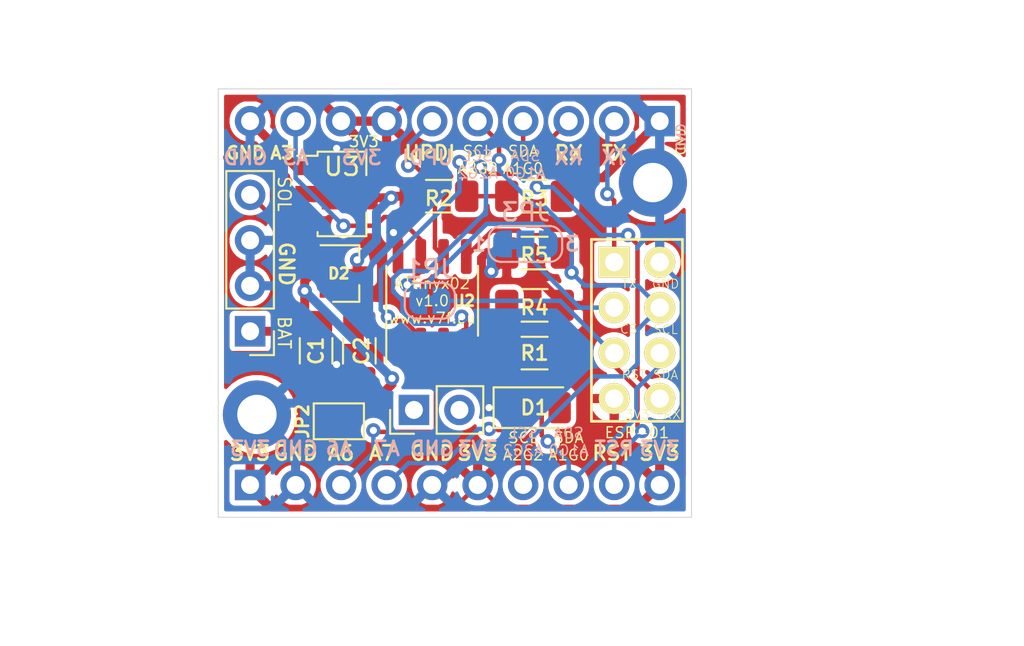
<source format=kicad_pcb>
(kicad_pcb (version 20241229) (generator "pcbnew") (generator_version "9.0")
  (title_block (title "ESP Attiny") (date "2021-06-19") (rev "0.1") (company "www.v7f.eu"))
  (layers (0 "F.Cu" signal) (2 "B.Cu" signal) (13 "F.Paste" user) (15 "B.Paste" user) (5 "F.SilkS" user) (7 "B.SilkS" user) (1 "F.Mask" user) (3 "B.Mask" user) (25 "Edge.Cuts" user))
  (net 0 "")
  (net 1 "GND")
  (net 2 "+3V3")
  (net 3 "Net-(D2-Pad2)")
  (net 4 "Net-(D1-Pad2)")
  (net 5 "+BATT")
  (net 6 "/A7")
  (net 7 "/RST")
  (net 8 "/TX")
  (net 9 "/RX")
  (net 10 "/A3")
  (net 11 "Net-(JP3-Pad2)")
  (net 12 "/A6")
  (net 13 "/SDA-A1")
  (net 14 "/SCL-A2")
  (net 15 "/UPDI")
  (net 16 "Net-(D2-Pad1)")
  (footprint "MountingHole:MountingHole_2.2mm_M2_DIN965_Pad" (layer "F.Cu") (at 47.879 58.547)
    (property "Reference" "REF**" (hide yes))
    (property "Value" "MountingHole_2.2mm_M2_DIN965_Pad")
    (pad "1" thru_hole circle (at 0 0) (size 3.8 3.8) (drill 2.2) (layers "*.Cu" "*.Mask") (net 1 "GND"))
  )
  (footprint "Jumper:SolderJumper-2_P1.3mm_Open_Pad1.0x1.5mm" (layer "F.Cu") (at 52.451 58.928)
    (property "Reference" "JP2" (at -2.032 0 90) (layer "F.SilkS") (effects (font (size 0.7 0.7))))
    (property "Value" "SolderJumper_2_Open")
    (pad "1" smd rect (at -0.65 0) (size 1 1.5) (layers "F.Cu" "F.Mask") (net 2 "+3V3"))
    (pad "2" smd rect (at 0.65 0) (size 1 1.5) (layers "F.Cu" "F.Mask") (net 5 "+BATT"))
  )
  (footprint "Capacitor_SMD:C_1206_3216Metric_Pad1.33x1.80mm_HandSolder" (layer "F.Cu") (at 51.181 54.991 -90)
    (property "Reference" "C1" (at 0 0 90) (layer "F.SilkS") (effects (font (size 0.8 0.8))))
    (property "Value" "1u")
    (pad "1" smd roundrect (at -1.5625 0 270) (size 1.325 1.8) (layers "F.Cu" "F.Mask" "F.Paste") (roundrect_rratio 0.188679) (net 5 "+BATT"))
    (pad "2" smd roundrect (at 1.5625 0 270) (size 1.325 1.8) (layers "F.Cu" "F.Mask" "F.Paste") (roundrect_rratio 0.188679) (net 1 "GND"))
  )
  (footprint "Capacitor_SMD:C_1206_3216Metric_Pad1.33x1.80mm_HandSolder" (layer "F.Cu") (at 53.594 54.991 -90)
    (property "Reference" "C2" (at 0 -0.127 90) (layer "F.SilkS") (effects (font (size 0.8 0.8))))
    (property "Value" "1u")
    (pad "1" smd roundrect (at -1.5625 0 270) (size 1.325 1.8) (layers "F.Cu" "F.Mask" "F.Paste") (roundrect_rratio 0.188679) (net 2 "+3V3"))
    (pad "2" smd roundrect (at 1.5625 0 270) (size 1.325 1.8) (layers "F.Cu" "F.Mask" "F.Paste") (roundrect_rratio 0.188679) (net 1 "GND"))
  )
  (footprint "Resistor_SMD:R_1206_3216Metric_Pad1.30x1.75mm_HandSolder" (layer "F.Cu") (at 63.373 55.118)
    (property "Reference" "R1" (at 0 0 0) (layer "F.SilkS") (effects (font (size 0.8 0.8))))
    (property "Value" "220")
    (pad "1" smd roundrect (at -1.55 0) (size 1.3 1.75) (layers "F.Cu" "F.Mask" "F.Paste") (roundrect_rratio 0.192308) (net 6 "/A7"))
    (pad "2" smd roundrect (at 1.55 0) (size 1.3 1.75) (layers "F.Cu" "F.Mask" "F.Paste") (roundrect_rratio 0.192308) (net 4 "Net-(D1-Pad2)"))
  )
  (footprint "Resistor_SMD:R_1206_3216Metric_Pad1.30x1.75mm_HandSolder" (layer "F.Cu") (at 58.039 46.355 180)
    (property "Reference" "R2" (at 0 -0.127 0) (layer "F.SilkS") (effects (font (size 0.8 0.8))))
    (property "Value" "1M")
    (pad "1" smd roundrect (at -1.55 0 180) (size 1.3 1.75) (layers "F.Cu" "F.Mask" "F.Paste") (roundrect_rratio 0.192308) (net 12 "/A6"))
    (pad "2" smd roundrect (at 1.55 0 180) (size 1.3 1.75) (layers "F.Cu" "F.Mask" "F.Paste") (roundrect_rratio 0.192308) (net 5 "+BATT"))
  )
  (footprint "Resistor_SMD:R_1206_3216Metric_Pad1.30x1.75mm_HandSolder" (layer "F.Cu") (at 63.373 46.355 180)
    (property "Reference" "R3" (at 0 -0.127 0) (layer "F.SilkS") (effects (font (size 0.8 0.8))))
    (property "Value" "1M")
    (pad "1" smd roundrect (at -1.55 0 180) (size 1.3 1.75) (layers "F.Cu" "F.Mask" "F.Paste") (roundrect_rratio 0.192308) (net 1 "GND"))
    (pad "2" smd roundrect (at 1.55 0 180) (size 1.3 1.75) (layers "F.Cu" "F.Mask" "F.Paste") (roundrect_rratio 0.192308) (net 12 "/A6"))
  )
  (footprint "Package_SO:SOIC-8_3.9x4.9mm_P1.27mm" (layer "F.Cu") (at 57.658 52.197 90)
    (property "Reference" "U2" (at 0 1.778 180) (layer "F.SilkS") (effects (font (size 0.6 0.6))))
    (property "Value" "ATtiny402-SS")
    (pad "1" smd roundrect (at -2.475 -1.905 90) (size 1.95 0.6) (layers "F.Cu" "F.Mask" "F.Paste") (net 2 "+3V3"))
    (pad "2" smd roundrect (at -2.475 -0.635 90) (size 1.95 0.6) (layers "F.Cu" "F.Mask" "F.Paste") (net 12 "/A6"))
    (pad "3" smd roundrect (at -2.475 0.635 90) (size 1.95 0.6) (layers "F.Cu" "F.Mask" "F.Paste") (net 6 "/A7"))
    (pad "4" smd roundrect (at -2.475 1.905 90) (size 1.95 0.6) (layers "F.Cu" "F.Mask" "F.Paste") (net 13 "/SDA-A1"))
    (pad "5" smd roundrect (at 2.475 1.905 90) (size 1.95 0.6) (layers "F.Cu" "F.Mask" "F.Paste") (net 14 "/SCL-A2"))
    (pad "6" smd roundrect (at 2.475 0.635 90) (size 1.95 0.6) (layers "F.Cu" "F.Mask" "F.Paste") (net 15 "/UPDI"))
    (pad "7" smd roundrect (at 2.475 -0.635 90) (size 1.95 0.6) (layers "F.Cu" "F.Mask" "F.Paste") (net 10 "/A3"))
    (pad "8" smd roundrect (at 2.475 -1.905 90) (size 1.95 0.6) (layers "F.Cu" "F.Mask" "F.Paste") (net 1 "GND"))
  )
  (footprint "MountingHole:MountingHole_2.2mm_M2_DIN965_Pad" (layer "F.Cu") (at 69.977 45.593)
    (property "Reference" "REF**" (hide yes))
    (property "Value" "MountingHole_2.2mm_M2_DIN965_Pad")
    (pad "1" thru_hole circle (at 0 0) (size 3.8 3.8) (drill 2.2) (layers "*.Cu" "*.Mask") (net 1 "GND"))
  )
  (footprint "Resistor_SMD:R_1206_3216Metric_Pad1.30x1.75mm_HandSolder" (layer "F.Cu") (at 63.373 49.53)
    (property "Reference" "R5" (at 0 0.127 0) (layer "F.SilkS") (effects (font (size 0.8 0.8))))
    (property "Value" "4k7")
    (pad "1" smd roundrect (at -1.55 0) (size 1.3 1.75) (layers "F.Cu" "F.Mask" "F.Paste") (roundrect_rratio 0.192308) (net 2 "+3V3"))
    (pad "2" smd roundrect (at 1.55 0) (size 1.3 1.75) (layers "F.Cu" "F.Mask" "F.Paste") (roundrect_rratio 0.192308) (net 14 "/SCL-A2"))
  )
  (footprint "Package_TO_SOT_SMD:SOT-23" (layer "F.Cu") (at 52.832 50.673)
    (property "Reference" "D2" (at -0.381 0 0) (layer "F.SilkS") (effects (font (size 0.6 0.6))))
    (property "Value" "BAT54S")
    (pad "1" smd rect (at -1 -0.95) (size 0.9 0.8) (layers "F.Cu" "F.Mask" "F.Paste") (net 16 "Net-(D2-Pad1)"))
    (pad "2" smd rect (at -1 0.95) (size 0.9 0.8) (layers "F.Cu" "F.Mask" "F.Paste") (net 3 "Net-(D2-Pad2)"))
    (pad "3" smd rect (at 1 0) (size 0.9 0.8) (layers "F.Cu" "F.Mask" "F.Paste") (net 5 "+BATT"))
  )
  (footprint "Resistor_SMD:R_1206_3216Metric_Pad1.30x1.75mm_HandSolder" (layer "F.Cu") (at 63.373 52.451 180)
    (property "Reference" "R4" (at 0 -0.127 0) (layer "F.SilkS") (effects (font (size 0.8 0.8))))
    (property "Value" "4k7")
    (pad "1" smd roundrect (at -1.55 0 180) (size 1.3 1.75) (layers "F.Cu" "F.Mask" "F.Paste") (roundrect_rratio 0.192308) (net 2 "+3V3"))
    (pad "2" smd roundrect (at 1.55 0 180) (size 1.3 1.75) (layers "F.Cu" "F.Mask" "F.Paste") (roundrect_rratio 0.192308) (net 13 "/SDA-A1"))
  )
  (footprint "Connector_PinHeader_2.54mm:PinHeader_1x04_P2.54mm_Vertical" (layer "F.Cu") (at 47.498 53.8988 180)
    (property "Reference" "J3" (hide yes))
    (property "Value" "Conn_01x04_Male")
    (pad "1" thru_hole rect (at 0 0 180) (size 1.7 1.7) (drill 1) (layers "*.Cu" "*.Mask") (net 5 "+BATT"))
    (pad "2" thru_hole oval (at 0 2.54 180) (size 1.7 1.7) (drill 1) (layers "*.Cu" "*.Mask") (net 1 "GND"))
    (pad "3" thru_hole oval (at 0 5.08 180) (size 1.7 1.7) (drill 1) (layers "*.Cu" "*.Mask") (net 1 "GND"))
    (pad "4" thru_hole oval (at 0 7.62 180) (size 1.7 1.7) (drill 1) (layers "*.Cu" "*.Mask") (net 16 "Net-(D2-Pad1)"))
  )
  (footprint "LED_SMD:LED_1206_3216Metric" (layer "F.Cu") (at 63.373 58.166)
    (property "Reference" "D1" (at 0 0 0) (layer "F.SilkS") (effects (font (size 0.8 0.8))))
    (property "Value" "LED")
    (pad "1" smd roundrect (at -1.4 0) (size 1.25 1.75) (layers "F.Cu" "F.Mask" "F.Paste") (roundrect_rratio 0.2) (net 1 "GND"))
    (pad "2" smd roundrect (at 1.4 0) (size 1.25 1.75) (layers "F.Cu" "F.Mask" "F.Paste") (roundrect_rratio 0.2) (net 4 "Net-(D1-Pad2)"))
  )
  (footprint "Package_TO_SOT_SMD:SOT-89-3" (layer "F.Cu") (at 52.324 46.228)
    (property "Reference" "U3" (at 0.3 -1.524 0) (layer "F.SilkS"))
    (property "Value" "MCP1700")
    (pad "1" smd rect (at -1.65 -1.5) (size 1.3 0.9) (layers "F.Cu" "F.Mask" "F.Paste") (net 1 "GND"))
    (pad "2" smd custom (at -1.5625 0) (size 1.475 0.9) (layers "F.Cu" "F.Mask" "F.Paste") (net 5 "+BATT") (options (clearance outline) (anchor rect)) (primitives (gr_poly (pts (xy 0.7375 -0.8665) (xy 3.8625 -0.8665) (xy 3.8625 0.8665) (xy 0.7375 0.8665)) (width 0) (fill yes))))
    (pad "3" smd rect (at -1.65 1.5) (size 1.3 0.9) (layers "F.Cu" "F.Mask" "F.Paste") (net 2 "+3V3"))
  )
  (footprint "Connector_PinHeader_2.54mm:PinHeader_1x02_P2.54mm_Vertical" (layer "F.Cu") (at 56.642 58.293 90)
    (property "Reference" "REF**" (hide yes))
    (property "Value" "PinHeader_1x02_P2.54mm_Vertical")
    (pad "1" thru_hole rect (at 0 0 90) (size 1.7 1.7) (drill 1) (layers "*.Cu" "*.Mask"))
    (pad "2" thru_hole oval (at 0 2.54 90) (size 1.7 1.7) (drill 1) (layers "*.Cu" "*.Mask"))
  )
  (footprint "ESP8266:ESP-01" (layer "F.Cu") (at 67.818 50.038)
    (property "Reference" "U1" (hide yes))
    (property "Value" "ESP-01v090")
    (pad "1" thru_hole rect (at 0 0) (size 1.7272 1.7272) (drill 1.016) (layers "*.Cu" "*.Mask" "F.SilkS") (net 8 "/TX"))
    (pad "2" thru_hole oval (at 2.54 0) (size 1.7272 1.7272) (drill 1.016) (layers "*.Cu" "*.Mask" "F.SilkS") (net 1 "GND"))
    (pad "3" thru_hole oval (at 0 2.54) (size 1.7272 1.7272) (drill 1.016) (layers "*.Cu" "*.Mask" "F.SilkS") (net 11 "Net-(JP3-Pad2)"))
    (pad "4" thru_hole oval (at 2.54 2.54) (size 1.7272 1.7272) (drill 1.016) (layers "*.Cu" "*.Mask" "F.SilkS") (net 14 "/SCL-A2"))
    (pad "5" thru_hole oval (at 0 5.08) (size 1.7272 1.7272) (drill 1.016) (layers "*.Cu" "*.Mask" "F.SilkS") (net 7 "/RST"))
    (pad "6" thru_hole oval (at 2.54 5.08) (size 1.7272 1.7272) (drill 1.016) (layers "*.Cu" "*.Mask" "F.SilkS") (net 13 "/SDA-A1"))
    (pad "7" thru_hole oval (at 0 7.62) (size 1.7272 1.7272) (drill 1.016) (layers "*.Cu" "*.Mask" "F.SilkS") (net 2 "+3V3"))
    (pad "8" thru_hole oval (at 2.54 7.62) (size 1.7272 1.7272) (drill 1.016) (layers "*.Cu" "*.Mask" "F.SilkS") (net 9 "/RX"))
  )
  (footprint "Connector_PinHeader_2.54mm:PinHeader_1x10_P2.54mm_Vertical" (layer "B.Cu") (at 70.358 42.164 90)
    (property "Reference" "J2" (hide yes))
    (property "Value" "Conn_01x10_Male")
    (pad "1" thru_hole rect (at 0 0 90) (size 1.7 1.7) (drill 1) (layers "*.Cu" "*.Mask") (net 1 "GND"))
    (pad "2" thru_hole oval (at 0 -2.54 90) (size 1.7 1.7) (drill 1) (layers "*.Cu" "*.Mask") (net 8 "/TX"))
    (pad "3" thru_hole oval (at 0 -5.08 90) (size 1.7 1.7) (drill 1) (layers "*.Cu" "*.Mask") (net 9 "/RX"))
    (pad "4" thru_hole oval (at 0 -7.62 90) (size 1.7 1.7) (drill 1) (layers "*.Cu" "*.Mask") (net 13 "/SDA-A1"))
    (pad "5" thru_hole oval (at 0 -10.16 90) (size 1.7 1.7) (drill 1) (layers "*.Cu" "*.Mask") (net 14 "/SCL-A2"))
    (pad "6" thru_hole oval (at 0 -12.7 90) (size 1.7 1.7) (drill 1) (layers "*.Cu" "*.Mask") (net 15 "/UPDI"))
    (pad "7" thru_hole oval (at 0 -15.24 90) (size 1.7 1.7) (drill 1) (layers "*.Cu" "*.Mask") (net 2 "+3V3"))
    (pad "8" thru_hole oval (at 0 -17.78 90) (size 1.7 1.7) (drill 1) (layers "*.Cu" "*.Mask") (net 2 "+3V3"))
    (pad "9" thru_hole oval (at 0 -20.32 90) (size 1.7 1.7) (drill 1) (layers "*.Cu" "*.Mask") (net 10 "/A3"))
    (pad "10" thru_hole oval (at 0 -22.86 90) (size 1.7 1.7) (drill 1) (layers "*.Cu" "*.Mask") (net 1 "GND"))
  )
  (footprint "Jumper:SolderJumper-2_P1.3mm_Bridged_RoundedPad1.0x1.5mm" (layer "B.Cu") (at 57.531 52.197)
    (property "Reference" "JP1" (at -0.015 -1.778 0) (layer "B.SilkS") (effects (justify mirror)))
    (property "Value" "SolderJumper_2")
    (fp_poly (pts (xy 0.25 0.3) (xy -0.25 0.3) (xy -0.25 -0.3) (xy 0.25 -0.3)) (fill yes) (layer "B.Cu"))
    (pad "1" smd custom (at -0.65 0) (size 1 0.5) (layers "B.Cu" "B.Mask") (net 10 "/A3") (options (clearance outline) (anchor rect)) (primitives (gr_circle (center 0 -0.25) (end 0.5 -0.25) (width 0) (fill yes)) (gr_circle (center 0 0.25) (end 0.5 0.25) (width 0) (fill yes)) (gr_poly (pts (xy 0 0.75) (xy 0.5 0.75) (xy 0.5 -0.75) (xy 0 -0.75)) (width 0) (fill yes))))
    (pad "2" smd custom (at 0.65 0) (size 1 0.5) (layers "B.Cu" "B.Mask") (net 7 "/RST") (options (clearance outline) (anchor rect)) (primitives (gr_circle (center 0 -0.25) (end 0.5 -0.25) (width 0) (fill yes)) (gr_circle (center 0 0.25) (end 0.5 0.25) (width 0) (fill yes)) (gr_poly (pts (xy 0 0.75) (xy -0.5 0.75) (xy -0.5 -0.75) (xy 0 -0.75)) (width 0) (fill yes))))
  )
  (footprint "Connector_PinHeader_2.54mm:PinHeader_1x10_P2.54mm_Vertical" (layer "B.Cu") (at 47.498 62.484 -90)
    (property "Reference" "J1" (hide yes))
    (property "Value" "Conn_01x10_Male")
    (pad "1" thru_hole rect (at 0 0 270) (size 1.7 1.7) (drill 1) (layers "*.Cu" "*.Mask") (net 2 "+3V3"))
    (pad "2" thru_hole oval (at 0 -2.54 270) (size 1.7 1.7) (drill 1) (layers "*.Cu" "*.Mask") (net 1 "GND"))
    (pad "3" thru_hole oval (at 0 -5.08 270) (size 1.7 1.7) (drill 1) (layers "*.Cu" "*.Mask") (net 12 "/A6"))
    (pad "4" thru_hole oval (at 0 -7.62 270) (size 1.7 1.7) (drill 1) (layers "*.Cu" "*.Mask") (net 6 "/A7"))
    (pad "5" thru_hole oval (at 0 -10.16 270) (size 1.7 1.7) (drill 1) (layers "*.Cu" "*.Mask") (net 1 "GND"))
    (pad "6" thru_hole oval (at 0 -12.7 270) (size 1.7 1.7) (drill 1) (layers "*.Cu" "*.Mask") (net 2 "+3V3"))
    (pad "7" thru_hole oval (at 0 -15.24 270) (size 1.7 1.7) (drill 1) (layers "*.Cu" "*.Mask") (net 14 "/SCL-A2"))
    (pad "8" thru_hole oval (at 0 -17.78 270) (size 1.7 1.7) (drill 1) (layers "*.Cu" "*.Mask") (net 13 "/SDA-A1"))
    (pad "9" thru_hole oval (at 0 -20.32 270) (size 1.7 1.7) (drill 1) (layers "*.Cu" "*.Mask") (net 7 "/RST"))
    (pad "10" thru_hole oval (at 0 -22.86 270) (size 1.7 1.7) (drill 1) (layers "*.Cu" "*.Mask") (net 2 "+3V3"))
  )
  (footprint "Jumper:SolderJumper-3_P1.3mm_Bridged12_RoundedPad1.0x1.5mm_NumberLabels" (layer "B.Cu") (at 62.865 49.022)
    (property "Reference" "JP3" (at 0 -1.778 0) (layer "B.SilkS") (effects (justify mirror)))
    (property "Value" "SolderJumper_3_Bridged12")
    (fp_poly (pts (xy -0.9 0.3) (xy -0.4 0.3) (xy -0.4 -0.3) (xy -0.9 -0.3)) (fill yes) (layer "B.Cu"))
    (fp_text user "3" (at 2.6 0 0) (layer "B.SilkS") (effects (font (size 0.8 0.8)) (justify mirror)))
    (fp_text user "1" (at -2.6 0 0) (layer "B.SilkS") (effects (font (size 0.8 0.8)) (justify mirror)))
    (pad "1" smd custom (at -1.3 0) (size 1 0.5) (layers "B.Cu" "B.Mask") (net 2 "+3V3") (options (clearance outline) (anchor rect)) (primitives (gr_poly (pts (xy 0.55 0.75) (xy 0 0.75) (xy 0 -0.75) (xy 0.55 -0.75)) (width 0) (fill yes)) (gr_circle (center 0 -0.25) (end 0.5 -0.25) (width 0) (fill yes)) (gr_circle (center 0 0.25) (end 0.5 0.25) (width 0) (fill yes))))
    (pad "2" smd rect (at 0 0) (size 1 1.5) (layers "B.Cu" "B.Mask") (net 11 "Net-(JP3-Pad2)"))
    (pad "3" smd custom (at 1.3 0) (size 1 0.5) (layers "B.Cu" "B.Mask") (net 10 "/A3") (options (clearance outline) (anchor rect)) (primitives (gr_circle (center 0 -0.25) (end 0.5 -0.25) (width 0) (fill yes)) (gr_circle (center 0 0.25) (end 0.5 0.25) (width 0) (fill yes)) (gr_poly (pts (xy -0.55 0.75) (xy 0 0.75) (xy 0 -0.75) (xy -0.55 -0.75)) (width 0) (fill yes))))
  )
  (gr_line (start 72.136 40.3606) (end 72.136 64.2874) (stroke (width 0.05)) (layer "Edge.Cuts"))
  (gr_line (start 72.136 64.2874) (end 45.72 64.2874) (stroke (width 0.05)) (layer "Edge.Cuts"))
  (gr_line (start 45.72 40.3606) (end 72.136 40.3606) (stroke (width 0.05)) (layer "Edge.Cuts"))
  (gr_line (start 45.72 64.2874) (end 45.72 40.3606) (stroke (width 0.05)) (layer "Edge.Cuts"))
  (gr_text "SCL\nA2G2" (at 60.198 44.323 0) (layer "F.SilkS") (effects (font (size 0.6 0.6) (thickness 0.08))))
  (gr_text "RX" (at 65.278 43.942 0) (layer "F.SilkS") (effects (font (size 0.8 0.8))))
  (gr_text "TX" (at 67.818 43.942 0) (layer "F.SilkS") (effects (font (size 0.8 0.8))))
  (gr_text "GND" (at 49.53 50.1396 -90) (layer "F.SilkS") (effects (font (size 0.8 0.8))))
  (gr_text "SOL" (at 49.403 46.228 -90) (layer "F.SilkS") (effects (font (size 0.7 0.7) (thickness 0.1))))
  (gr_text "BAT" (at 49.403 53.975 -90) (layer "F.SilkS") (effects (font (size 0.7 0.7) (thickness 0.1))))
  (gr_text "ESP-01" (at 69.088 59.563 0) (layer "F.SilkS") (effects (font (size 0.6 0.6) (thickness 0.08))))
  (gr_text "GND" (at 50.038 60.706 0) (layer "F.SilkS") (effects (font (size 0.8 0.8))))
  (gr_text "A7" (at 54.864 60.706 0) (layer "F.SilkS") (effects (font (size 0.8 0.8))))
  (gr_text "3V3" (at 60.198 60.706 0) (layer "F.SilkS") (effects (font (size 0.8 0.8))))
  (gr_text "SDA\nA1G0" (at 62.738 44.323 0) (layer "F.SilkS") (effects (font (size 0.6 0.6) (thickness 0.08))))
  (gr_text "RST" (at 67.691 60.706 0) (layer "F.SilkS") (effects (font (size 0.8 0.8))))
  (gr_text "GND" (at 71.501 43.307 -90) (layer "F.SilkS") (effects (font (size 0.5 0.5) (thickness 0.08))))
  (gr_text "A6" (at 52.578 60.706 0) (layer "F.SilkS") (effects (font (size 0.8 0.8))))
  (gr_text "3V3" (at 47.498 60.706 0) (layer "F.SilkS") (effects (font (size 0.8 0.8))))
  (gr_text "GND" (at 57.658 60.706 0) (layer "F.SilkS") (effects (font (size 0.8 0.8))))
  (gr_text "GND" (at 70.6882 51.2572 0) (layer "F.SilkS") (effects (font (size 0.5 0.5) (thickness 0.05))))
  (gr_text "SCL" (at 70.6882 53.7972 0) (layer "F.SilkS") (effects (font (size 0.5 0.5) (thickness 0.05))))
  (gr_text "3V3" (at 69.1134 58.547 0) (layer "F.SilkS") (effects (font (size 0.5 0.5) (thickness 0.05))))
  (gr_text "RX" (at 71.0438 58.547 0) (layer "F.SilkS") (effects (font (size 0.5 0.5) (thickness 0.05))))
  (gr_text "RST" (at 68.9102 56.3118 0) (layer "F.SilkS") (effects (font (size 0.5 0.5) (thickness 0.05))))
  (gr_text "CS" (at 68.6308 53.7718 0) (layer "F.SilkS") (effects (font (size 0.5 0.5) (thickness 0.05))))
  (gr_text "3V3" (at 70.358 60.706 0) (layer "F.SilkS") (effects (font (size 0.8 0.8))))
  (gr_text "TX" (at 68.6562 51.2572 0) (layer "F.SilkS") (effects (font (size 0.5 0.5) (thickness 0.05))))
  (gr_text "SDA" (at 70.6882 56.3372 0) (layer "F.SilkS") (effects (font (size 0.5 0.5) (thickness 0.05))))
  (gr_text "SDA\nA1G0" (at 65.278 60.325 0) (layer "F.SilkS") (effects (font (size 0.6 0.6) (thickness 0.08))))
  (gr_text "ATtinyx02\nv1.0\nwww.v7f.eu" (at 57.658 52.197 0) (layer "F.SilkS") (effects (font (size 0.6 0.6) (thickness 0.08))))
  (gr_text "UPDI" (at 57.531 43.942 0) (layer "F.SilkS") (effects (font (size 0.8 0.8))))
  (gr_text "SCL\nA2G2" (at 62.738 60.325 0) (layer "F.SilkS") (effects (font (size 0.6 0.6) (thickness 0.08))))
  (gr_text "3V3" (at 53.848 43.307 0) (layer "F.SilkS") (effects (font (size 0.6 0.6) (thickness 0.1))))
  (gr_text "GND" (at 47.244 43.942 0) (layer "F.SilkS") (effects (font (size 0.7 0.7))))
  (gr_text "A3" (at 49.276 43.942 0) (layer "F.SilkS") (effects (font (size 0.7 0.7))))
  (gr_text "3V3" (at 47.498 60.452 0) (layer "B.SilkS") (effects (font (size 0.8 0.8)) (justify mirror)))
  (gr_text "GND" (at 50.038 60.452 0) (layer "B.SilkS") (effects (font (size 0.8 0.8)) (justify mirror)))
  (gr_text "A6" (at 52.451 60.452 0) (layer "B.SilkS") (effects (font (size 0.8 0.8)) (justify mirror)))
  (gr_text "A7" (at 55.118 60.452 0) (layer "B.SilkS") (effects (font (size 0.8 0.8)) (justify mirror)))
  (gr_text "GND" (at 57.658 60.452 0) (layer "B.SilkS") (effects (font (size 0.8 0.8)) (justify mirror)))
  (gr_text "3V3" (at 60.198 60.452 0) (layer "B.SilkS") (effects (font (size 0.8 0.8)) (justify mirror)))
  (gr_text "RST" (at 67.818 60.452 0) (layer "B.SilkS") (effects (font (size 0.8 0.8)) (justify mirror)))
  (gr_text "GND" (at 71.501 43.053 270) (layer "B.SilkS") (effects (font (size 0.5 0.5) (thickness 0.08)) (justify mirror)))
  (gr_text "3V3" (at 70.358 60.452 0) (layer "B.SilkS") (effects (font (size 0.8 0.8)) (justify mirror)))
  (gr_text "GND" (at 47.244 44.196 0) (layer "B.SilkS") (effects (font (size 0.8 0.8)) (justify mirror)))
  (gr_text "TX" (at 67.818 44.196 0) (layer "B.SilkS") (effects (font (size 0.8 0.8)) (justify mirror)))
  (gr_text "A3" (at 50.038 44.196 0) (layer "B.SilkS") (effects (font (size 0.8 0.8)) (justify mirror)))
  (gr_text "SDA\nA1G0" (at 62.865 44.577 0) (layer "B.SilkS") (effects (font (size 0.6 0.6) (thickness 0.08)) (justify mirror)))
  (gr_text "RX" (at 65.278 44.196 0) (layer "B.SilkS") (effects (font (size 0.8 0.8)) (justify mirror)))
  (gr_text "SCL\nA2G2" (at 60.198 44.577 0) (layer "B.SilkS") (effects (font (size 0.6 0.6) (thickness 0.08)) (justify mirror)))
  (gr_text "SCL\nA2G2" (at 62.738 60.071 0) (layer "B.SilkS") (effects (font (size 0.6 0.6) (thickness 0.08)) (justify mirror)))
  (gr_text "SDA\nA1G0" (at 65.278 60.071 0) (layer "B.SilkS") (effects (font (size 0.6 0.6) (thickness 0.08)) (justify mirror)))
  (gr_text "UPDI" (at 57.404 44.196 0) (layer "B.SilkS") (effects (font (size 0.8 0.8)) (justify mirror)))
  (gr_text "3V3" (at 53.721 44.196 0) (layer "B.SilkS") (effects (font (size 0.8 0.8)) (justify mirror)))
  (segment (start 50.674 44.728) (end 51.281206 44.728) (width 0.5) (layer "F.Cu") (net 1))
  (segment (start 52.324 55.626) (end 52.324 56.261) (width 0.5) (layer "F.Cu") (net 1))
  (segment (start 67.194001 45.327999) (end 70.358 42.164) (width 0.5) (layer "F.Cu") (net 1))
  (segment (start 50.674 44.728) (end 50.062 44.728) (width 0.5) (layer "F.Cu") (net 1))
  (segment (start 55.499 48.387) (end 55.626 48.387) (width 0.5) (layer "F.Cu") (net 1))
  (segment (start 51.386 56.261) (end 51.181 56.466) (width 0.5) (layer "F.Cu") (net 1))
  (segment (start 55.626 48.387) (end 55.753 48.514) (width 0.5) (layer "F.Cu") (net 1))
  (segment (start 53.389 56.261) (end 53.594 56.466) (width 0.5) (layer "F.Cu") (net 1))
  (segment (start 52.324 56.261) (end 53.389 56.261) (width 0.5) (layer "F.Cu") (net 1))
  (segment (start 55.753 50.214) (end 55.753 49.722) (width 0.5) (layer "F.Cu") (net 1))
  (segment (start 47.498 42.164) (end 47.856 42.164) (width 0.5) (layer "F.Cu") (net 1))
  (segment (start 55.753 49.722) (end 55.753 50.121002) (width 0.5) (layer "F.Cu") (net 1))
  (segment (start 60.833 58.166) (end 61.973 58.166) (width 0.5) (layer "F.Cu") (net 1))
  (segment (start 55.753 48.514) (end 55.753 49.722) (width 0.5) (layer "F.Cu") (net 1))
  (segment (start 51.281206 44.728) (end 52.327612 43.681594) (width 0.5) (layer "F.Cu") (net 1))
  (segment (start 64.8355 46.355) (end 65.862501 45.327999) (width 0.5) (layer "F.Cu") (net 1))
  (segment (start 50.849 56.085) (end 50.846999 56.087001) (width 0.5) (layer "F.Cu") (net 1))
  (segment (start 50.062 44.728) (end 47.498 42.164) (width 0.5) (layer "F.Cu") (net 1))
  (segment (start 52.324 56.261) (end 51.386 56.261) (width 0.5) (layer "F.Cu") (net 1))
  (segment (start 65.862501 45.327999) (end 67.194001 45.327999) (width 0.5) (layer "F.Cu") (net 1))
  (via (at 52.324 55.753) (size 0.8) (drill 0.4) (layers "F.Cu" "B.Cu") (net 1))
  (via (at 55.499 48.387) (size 0.8) (drill 0.4) (layers "F.Cu" "B.Cu") (net 1))
  (via (at 52.327612 43.681594) (size 0.8) (drill 0.4) (layers "F.Cu" "B.Cu") (net 1))
  (via (at 60.833 58.166) (size 0.8) (drill 0.4) (layers "F.Cu" "B.Cu") (net 1))
  (segment (start 70.358 42.164) (end 70.358 44.768795) (width 0.5) (layer "B.Cu") (net 1))
  (segment (start 71.596601 51.276601) (end 71.596601 63.058401) (width 0.25) (layer "B.Cu") (net 1))
  (segment (start 70.358 42.164) (end 70.358 45.2374) (width 0.5) (layer "B.Cu") (net 1))
  (segment (start 58.039 62.484) (end 58.928 61.595) (width 0.5) (layer "B.Cu") (net 1))
  (segment (start 52.324 55.626) (end 50.038 57.912) (width 0.5) (layer "B.Cu") (net 1))
  (segment (start 56.755104 45.541898) (end 54.187916 45.541898) (width 0.5) (layer "B.Cu") (net 1))
  (segment (start 50.038 62.484) (end 51.181 63.627) (width 0.5) (layer "B.Cu") (net 1))
  (segment (start 71.596601 63.058401) (end 70.901002 63.754) (width 0.25) (layer "B.Cu") (net 1))
  (segment (start 70.358 45.9486) (end 70.0024 45.593) (width 0.5) (layer "B.Cu") (net 1))
  (segment (start 47.498 42.164) (end 48.387 41.275) (width 0.5) (layer "B.Cu") (net 1))
  (segment (start 63.386001 43.514001) (end 62.089999 43.514001) (width 0.5) (layer "B.Cu") (net 1))
  (segment (start 62.089999 43.514001) (end 61.468 42.892002) (width 0.5) (layer "B.Cu") (net 1))
  (segment (start 61.468 42.892002) (end 60.846001 43.514001) (width 0.5) (layer "B.Cu") (net 1))
  (segment (start 56.432999 63.709001) (end 51.263001 63.709001) (width 0.25) (layer "B.Cu") (net 1))
  (segment (start 70.358 44.768795) (end 67.971822 47.154973) (width 0.5) (layer "B.Cu") (net 1))
  (segment (start 70.358 42.164) (end 69.85 42.164) (width 0.5) (layer "B.Cu") (net 1))
  (segment (start 69.132999 40.938999) (end 70.358 42.164) (width 0.25) (layer "B.Cu") (net 1))
  (segment (start 57.658 62.484) (end 58.039 62.484) (width 0.5) (layer "B.Cu") (net 1))
  (segment (start 69.85 42.164) (end 68.961 41.275) (width 0.5) (layer "B.Cu") (net 1))
  (segment (start 50.038 57.912) (end 48.514 57.912) (width 0.5) (layer "B.Cu") (net 1))
  (segment (start 58.783001 43.514001) (end 56.755104 45.541898) (width 0.5) (layer "B.Cu") (net 1))
  (segment (start 70.0024 42.5196) (end 70.358 42.164) (width 0.5) (layer "B.Cu") (net 1))
  (segment (start 51.263001 63.709001) (end 50.038 62.484) (width 0.25) (layer "B.Cu") (net 1))
  (segment (start 57.658 62.484) (end 56.515 63.627) (width 0.5) (layer "B.Cu") (net 1))
  (segment (start 70.901002 63.754) (end 58.928 63.754) (width 0.25) (layer "B.Cu") (net 1))
  (segment (start 67.971822 47.154973) (end 67.026973 47.154973) (width 0.5) (layer "B.Cu") (net 1))
  (segment (start 50.038 62.484) (end 48.895 63.627) (width 0.5) (layer "B.Cu") (net 1))
  (segment (start 58.928 63.754) (end 58.7375 63.5635) (width 0.25) (layer "B.Cu") (net 1))
  (segment (start 70.358 50.038) (end 71.596601 51.276601) (width 0.25) (layer "B.Cu") (net 1))
  (segment (start 60.846001 43.514001) (end 58.783001 43.514001) (width 0.5) (layer "B.Cu") (net 1))
  (segment (start 70.358 50.038) (end 70.358 45.9486) (width 0.5) (layer "B.Cu") (net 1))
  (segment (start 48.723001 40.938999) (end 69.132999 40.938999) (width 0.25) (layer "B.Cu") (net 1))
  (segment (start 57.658 62.484) (end 58.7375 63.5635) (width 0.5) (layer "B.Cu") (net 1))
  (segment (start 70.358 45.2374) (end 70.0024 45.593) (width 0.5) (layer "B.Cu") (net 1))
  (segment (start 56.515 63.627) (end 56.432999 63.709001) (width 0.25) (layer "B.Cu") (net 1))
  (segment (start 48.514 57.912) (end 47.879 58.547) (width 0.5) (layer "B.Cu") (net 1))
  (segment (start 47.498 42.164) (end 48.723001 40.938999) (width 0.25) (layer "B.Cu") (net 1))
  (segment (start 68.961 41.275) (end 68.927002 41.275) (width 0.5) (layer "B.Cu") (net 1))
  (segment (start 54.187916 45.541898) (end 52.327612 43.681594) (width 0.5) (layer "B.Cu") (net 1))
  (segment (start 48.387 41.275) (end 48.895 41.275) (width 0.5) (layer "B.Cu") (net 1))
  (segment (start 66.454399 51.147601) (end 66.454399 49.022) (width 0.5) (layer "F.Cu") (net 2))
  (segment (start 69.215 63.627) (end 69.132999 63.709001) (width 0.25) (layer "F.Cu") (net 2))
  (segment (start 70.358 62.484) (end 69.215 63.627) (width 0.5) (layer "F.Cu") (net 2))
  (segment (start 64.923 52.451) (end 64.923 52.35) (width 0.5) (layer "F.Cu") (net 2))
  (segment (start 48.723001 63.709001) (end 48.641 63.627) (width 0.25) (layer "F.Cu") (net 2))
  (segment (start 55.826821 42.813613) (end 58.43899 45.425782) (width 0.5) (layer "F.Cu") (net 2))
  (segment (start 50.674 47.753) (end 51.689 48.768) (width 0.5) (layer "F.Cu") (net 2))
  (segment (start 49.831097 47.728) (end 48.848001 46.744904) (width 0.5) (layer "F.Cu") (net 2))
  (segment (start 51.352999 40.938999) (end 51.4985 41.0845) (width 0.25) (layer "F.Cu") (net 2))
  (segment (start 48.848001 46.744904) (end 48.848001 45.630799) (width 0.5) (layer "F.Cu") (net 2))
  (segment (start 52.578 42.164) (end 52.324 42.164) (width 0.5) (layer "F.Cu") (net 2))
  (segment (start 61.423001 63.709001) (end 60.198 62.484) (width 0.25) (layer "F.Cu") (net 2))
  (segment (start 52.578 42.164) (end 55.118 42.164) (width 0.5) (layer "F.Cu") (net 2))
  (segment (start 67.818 59.944) (end 67.818 57.658) (width 0.5) (layer "F.Cu") (net 2))
  (segment (start 46.347999 55.123801) (end 46.228 55.003802) (width 0.25) (layer "F.Cu") (net 2))
  (segment (start 46.228 41.620998) (end 46.909999 40.938999) (width 0.25) (layer "F.Cu") (net 2))
  (segment (start 58.43899 47.57097) (end 58.777 47.90898) (width 0.5) (layer "F.Cu") (net 2))
  (segment (start 47.413202 44.196) (end 46.24501 44.196) (width 0.5) (layer "F.Cu") (net 2))
  (segment (start 49.027801 55.123801) (end 46.347999 55.123801) (width 0.25) (layer "F.Cu") (net 2))
  (segment (start 61.9105 49.784) (end 62.1685 49.784) (width 0.5) (layer "F.Cu") (net 2))
  (segment (start 61.548001 61.133999) (end 60.198 62.484) (width 0.5) (layer "F.Cu") (net 2))
  (segment (start 66.487137 48.189068) (end 66.487137 48.861601) (width 0.5) (layer "F.Cu") (net 2))
  (segment (start 58.847999 61.133999) (end 48.848001 61.133999) (width 0.5) (layer "F.Cu") (net 2))
  (segment (start 56.261 41.021) (end 56.515 41.021) (width 0.25) (layer "F.Cu") (net 2))
  (segment (start 55.118 42.164) (end 58.43899 45.48499) (width 0.5) (layer "F.Cu") (net 2))
  (segment (start 46.909999 40.938999) (end 51.352999 40.938999) (width 0.25) (layer "F.Cu") (net 2))
  (segment (start 52.578 42.164) (end 53.227613 42.813613) (width 0.5) (layer "F.Cu") (net 2))
  (segment (start 64.342001 61.133999) (end 61.548001 61.133999) (width 0.5) (layer "F.Cu") (net 2))
  (segment (start 58.43899 45.425782) (end 58.43899 47.57097) (width 0.5) (layer "F.Cu") (net 2))
  (segment (start 61.722 49.784) (end 60.96 50.546) (width 0.5) (layer "F.Cu") (net 2))
  (segment (start 50.674 47.728) (end 49.831097 47.728) (width 0.5) (layer "F.Cu") (net 2))
  (segment (start 52.578 42.164) (end 53.721 43.307) (width 0.5) (layer "F.Cu") (net 2))
  (segment (start 48.514 63.627) (end 48.641 63.627) (width 0.5) (layer "F.Cu") (net 2))
  (segment (start 58.43899 45.48499) (end 58.43899 47.51699) (width 0.5) (layer "F.Cu") (net 2))
  (segment (start 47.498 62.611) (end 48.514 63.627) (width 0.5) (layer "F.Cu") (net 2))
  (segment (start 52.578 42.164) (end 51.4985 41.0845) (width 0.5) (layer "F.Cu") (net 2))
  (segment (start 47.498 62.484) (end 47.498 62.357) (width 0.25) (layer "F.Cu") (net 2))
  (segment (start 61.9105 49.784) (end 61.722 49.784) (width 0.5) (layer "F.Cu") (net 2))
  (segment (start 60.198 62.484) (end 58.972999 63.709001) (width 0.25) (layer "F.Cu") (net 2))
  (segment (start 46.228 55.003802) (end 46.228 41.620998) (width 0.25) (layer "F.Cu") (net 2))
  (segment (start 47.498 62.484) (end 47.498 62.611) (width 0.5) (layer "F.Cu") (net 2))
  (segment (start 66.21351 51.38849) (end 66.454399 51.147601) (width 0.5) (layer "F.Cu") (net 2))
  (segment (start 50.674 47.728) (end 50.674 47.753) (width 0.5) (layer "F.Cu") (net 2))
  (segment (start 55.118 42.164) (end 56.261 41.021) (width 0.25) (layer "F.Cu") (net 2))
  (segment (start 64.923 52.35) (end 63.5 50.927) (width 0.5) (layer "F.Cu") (net 2))
  (segment (start 58.43899 47.51699) (end 58.65201 47.73001) (width 0.5) (layer "F.Cu") (net 2))
  (segment (start 66.33858 49.288902) (end 66.33858 54.622902) (width 0.5) (layer "F.Cu") (net 2))
  (segment (start 47.498 62.357) (end 50.154001 59.700999) (width 0.25) (layer "F.Cu") (net 2))
  (segment (start 58.972999 63.709001) (end 48.723001 63.709001) (width 0.25) (layer "F.Cu") (net 2))
  (segment (start 70.358 62.484) (end 67.818 59.944) (width 0.5) (layer "F.Cu") (net 2))
  (segment (start 69.132999 63.709001) (end 61.423001 63.709001) (width 0.25) (layer "F.Cu") (net 2))
  (segment (start 48.848001 61.133999) (end 47.498 62.484) (width 0.5) (layer "F.Cu") (net 2))
  (segment (start 48.848001 45.630799) (end 47.413202 44.196) (width 0.5) (layer "F.Cu") (net 2))
  (segment (start 60.198 62.484) (end 58.847999 61.133999) (width 0.5) (layer "F.Cu") (net 2))
  (via (at 60.96 50.546) (size 0.8) (drill 0.4) (layers "F.Cu" "B.Cu") (net 2))
  (segment (start 60.96 49.627) (end 61.565 49.022) (width 0.5) (layer "B.Cu") (net 2))
  (segment (start 60.96 50.546) (end 60.96 49.627) (width 0.5) (layer "B.Cu") (net 2))
  (segment (start 64.8355 58.1035) (end 64.773 58.166) (width 0.25) (layer "F.Cu") (net 4))
  (segment (start 64.8355 55.118) (end 64.8355 58.1035) (width 0.25) (layer "F.Cu") (net 4))
  (segment (start 53.213 58.816) (end 53.101 58.928) (width 0.5) (layer "F.Cu") (net 5))
  (segment (start 53.101 58.928) (end 53.101 58.532) (width 0.5) (layer "F.Cu") (net 5))
  (segment (start 50.951913 50.673) (end 53.832 50.673) (width 0.5) (layer "F.Cu") (net 5))
  (segment (start 55.416279 56.854399) (end 55.416279 56.527133) (width 0.5) (layer "F.Cu") (net 5))
  (segment (start 50.975398 46.441898) (end 50.7615 46.228) (width 0.5) (layer "F.Cu") (net 5))
  (segment (start 47.498 53.8988) (end 50.7982 53.8988) (width 0.5) (layer "F.Cu") (net 5))
  (segment (start 55.458898 46.355) (end 55.372 46.441898) (width 0.5) (layer "F.Cu") (net 5))
  (segment (start 50.546 51.644598) (end 50.546 51.078913) (width 0.5) (layer "F.Cu") (net 5))
  (segment (start 53.467 50.435) (end 53.832 50.8) (width 0.5) (layer "F.Cu") (net 5))
  (segment (start 50.7982 53.8988) (end 51.181 53.516) (width 0.5) (layer "F.Cu") (net 5))
  (segment (start 53.467 49.911) (end 53.467 50.435) (width 0.5) (layer "F.Cu") (net 5))
  (segment (start 50.546 51.078913) (end 50.951913 50.673) (width 0.5) (layer "F.Cu") (net 5))
  (segment (start 53.91699 57.71601) (end 54.554668 57.71601) (width 0.5) (layer "F.Cu") (net 5))
  (segment (start 50.546 52.881) (end 51.181 53.516) (width 0.5) (layer "F.Cu") (net 5))
  (segment (start 50.732003 53.067003) (end 51.181 53.516) (width 0.5) (layer "F.Cu") (net 5))
  (segment (start 55.372 46.441898) (end 50.975398 46.441898) (width 0.5) (layer "F.Cu") (net 5))
  (segment (start 56.4495 46.482) (end 56.5765 46.355) (width 0.5) (layer "F.Cu") (net 5))
  (segment (start 53.167678 58.928) (end 53.101 58.928) (width 0.5) (layer "F.Cu") (net 5))
  (segment (start 50.546 51.644598) (end 50.546 52.881) (width 0.5) (layer "F.Cu") (net 5))
  (segment (start 47.498 53.8988) (end 47.498 54.117) (width 0.5) (layer "F.Cu") (net 5))
  (segment (start 53.101 58.532) (end 53.91699 57.71601) (width 0.5) (layer "F.Cu") (net 5))
  (segment (start 54.554668 57.71601) (end 55.416279 56.854399) (width 0.5) (layer "F.Cu") (net 5))
  (segment (start 56.5765 46.355) (end 55.458898 46.355) (width 0.5) (layer "F.Cu") (net 5))
  (via (at 50.546 51.644598) (size 0.8) (drill 0.4) (layers "F.Cu" "B.Cu") (net 5))
  (via (at 55.372 46.441898) (size 0.8) (drill 0.4) (layers "F.Cu" "B.Cu") (net 5))
  (via (at 55.416279 56.527133) (size 0.8) (drill 0.4) (layers "F.Cu" "B.Cu") (net 5))
  (via (at 53.467 49.911) (size 0.8) (drill 0.4) (layers "F.Cu" "B.Cu") (net 5))
  (segment (start 54.550138 47.26376) (end 54.550138 48.827862) (width 0.5) (layer "B.Cu") (net 5))
  (segment (start 50.546 51.644598) (end 55.416279 56.514877) (width 0.5) (layer "B.Cu") (net 5))
  (segment (start 54.550138 48.827862) (end 53.467 49.911) (width 0.5) (layer "B.Cu") (net 5))
  (segment (start 55.372 46.441898) (end 54.550138 47.26376) (width 0.5) (layer "B.Cu") (net 5))
  (segment (start 55.416279 56.514877) (end 55.416279 56.527133) (width 0.5) (layer "B.Cu") (net 5))
  (segment (start 61.00649 56.02201) (end 59.195532 56.02201) (width 0.25) (layer "F.Cu") (net 6))
  (segment (start 58.293 55.119478) (end 58.293 54.672) (width 0.25) (layer "F.Cu") (net 6))
  (segment (start 61.9105 55.118) (end 61.00649 56.02201) (width 0.25) (layer "F.Cu") (net 6))
  (segment (start 61.276762 59.353662) (end 61.33911 59.41601) (width 0.25) (layer "F.Cu") (net 6))
  (segment (start 61.33911 59.41601) (end 62.60689 59.41601) (width 0.25) (layer "F.Cu") (net 6))
  (segment (start 59.195532 56.02201) (end 58.293 55.119478) (width 0.25) (layer "F.Cu") (net 6))
  (segment (start 62.97301 56.18051) (end 61.9105 55.118) (width 0.25) (layer "F.Cu") (net 6))
  (segment (start 62.97301 59.04989) (end 62.97301 56.18051) (width 0.25) (layer "F.Cu") (net 6))
  (segment (start 60.833 59.353662) (end 61.276762 59.353662) (width 0.25) (layer "F.Cu") (net 6))
  (segment (start 62.60689 59.41601) (end 62.97301 59.04989) (width 0.25) (layer "F.Cu") (net 6))
  (via (at 60.833 59.353662) (size 0.8) (drill 0.4) (layers "F.Cu" "B.Cu") (net 6))
  (segment (start 60.833 59.353662) (end 60.242662 59.353662) (width 0.25) (layer "B.Cu") (net 6))
  (segment (start 55.118 62.484) (end 56.343001 61.258999) (width 0.25) (layer "B.Cu") (net 6))
  (segment (start 58.337325 61.258999) (end 60.242662 59.353662) (width 0.25) (layer "B.Cu") (net 6))
  (segment (start 55.332558 62.269442) (end 55.118 62.484) (width 0.25) (layer "B.Cu") (net 6))
  (segment (start 56.343001 61.258999) (end 58.337325 61.258999) (width 0.25) (layer "B.Cu") (net 6))
  (segment (start 67.818 55.118) (end 67.818 55.82512) (width 0.25) (layer "F.Cu") (net 7))
  (segment (start 69.119399 59.213399) (end 69.382008 59.476008) (width 0.25) (layer "F.Cu") (net 7))
  (segment (start 69.119399 57.126519) (end 69.119399 59.213399) (width 0.25) (layer "F.Cu") (net 7))
  (segment (start 67.818 55.82512) (end 69.119399 57.126519) (width 0.25) (layer "F.Cu") (net 7))
  (via (at 69.382008 59.476008) (size 0.8) (drill 0.4) (layers "F.Cu" "B.Cu") (net 7))
  (segment (start 64.802534 52.197) (end 67.723534 55.118) (width 0.25) (layer "B.Cu") (net 7))
  (segment (start 67.723534 55.118) (end 67.818 55.118) (width 0.25) (layer "B.Cu") (net 7))
  (segment (start 58.181 52.197) (end 64.802534 52.197) (width 0.25) (layer "B.Cu") (net 7))
  (segment (start 67.818 61.040016) (end 67.818 62.484) (width 0.25) (layer "B.Cu") (net 7))
  (segment (start 69.382008 59.476008) (end 67.818 61.040016) (width 0.25) (layer "B.Cu") (net 7))
  (segment (start 67.818 46.609) (end 67.437 46.228) (width 0.25) (layer "F.Cu") (net 8))
  (segment (start 67.818 50.038) (end 67.818 46.609) (width 0.25) (layer "F.Cu") (net 8))
  (via (at 67.437 46.228) (size 0.8) (drill 0.4) (layers "F.Cu" "B.Cu") (net 8))
  (segment (start 67.539821 42.442179) (end 67.818 42.164) (width 0.25) (layer "B.Cu") (net 8))
  (segment (start 67.818 42.164) (end 67.437 42.545) (width 0.25) (layer "B.Cu") (net 8))
  (segment (start 67.437 42.545) (end 67.437 46.228) (width 0.25) (layer "B.Cu") (net 8))
  (segment (start 69.119399 56.419399) (end 69.119399 49.050797) (width 0.25) (layer "F.Cu") (net 9))
  (segment (start 63.627 45.72) (end 63.5 45.847) (width 0.25) (layer "F.Cu") (net 9))
  (segment (start 70.358 57.658) (end 69.119399 56.419399) (width 0.25) (layer "F.Cu") (net 9))
  (segment (start 63.627 43.815) (end 63.881 43.561) (width 0.25) (layer "F.Cu") (net 9))
  (segment (start 63.627 43.815) (end 63.627 45.72) (width 0.25) (layer "F.Cu") (net 9))
  (segment (start 65.278 42.164) (end 63.881 43.561) (width 0.25) (layer "F.Cu") (net 9))
  (segment (start 69.119399 49.050797) (end 68.593 48.524398) (width 0.25) (layer "F.Cu") (net 9))
  (segment (start 63.881 43.561) (end 63.754 43.688) (width 0.25) (layer "F.Cu") (net 9))
  (via (at 63.5 45.847) (size 0.8) (drill 0.4) (layers "F.Cu" "B.Cu") (net 9))
  (via (at 68.593 48.524398) (size 0.8) (drill 0.4) (layers "F.Cu" "B.Cu") (net 9))
  (segment (start 64.389 45.847) (end 67.066398 48.524398) (width 0.25) (layer "B.Cu") (net 9))
  (segment (start 67.066398 48.524398) (end 68.593 48.524398) (width 0.25) (layer "B.Cu") (net 9))
  (segment (start 63.5 45.847) (end 64.389 45.847) (width 0.25) (layer "B.Cu") (net 9))
  (segment (start 54.986692 47.516154) (end 55.741254 47.516154) (width 0.25) (layer "F.Cu") (net 10))
  (segment (start 57.023 49.722) (end 57.023 48.795153) (width 0.25) (layer "F.Cu") (net 10))
  (segment (start 54.986692 47.516154) (end 54.496846 48.006) (width 0.25) (layer "F.Cu") (net 10))
  (segment (start 57.023 50.546) (end 57.023 49.722) (width 0.25) (layer "F.Cu") (net 10))
  (segment (start 52.705 48.006) (end 54.496846 48.006) (width 0.25) (layer "F.Cu") (net 10))
  (segment (start 55.741254 47.516154) (end 57.023 48.7979) (width 0.25) (layer "F.Cu") (net 10))
  (segment (start 57.023 48.7979) (end 57.023 49.722) (width 0.25) (layer "F.Cu") (net 10))
  (segment (start 56.261 51.308) (end 57.023 50.546) (width 0.25) (layer "F.Cu") (net 10))
  (via (at 56.261 51.308) (size 0.8) (drill 0.4) (layers "F.Cu" "B.Cu") (net 10))
  (via (at 52.705 48.006) (size 0.8) (drill 0.4) (layers "F.Cu" "B.Cu") (net 10))
  (segment (start 50.038 42.487998) (end 50.038 42.164) (width 0.25) (layer "B.Cu") (net 10))
  (segment (start 57.30599 51.77201) (end 56.881 52.197) (width 0.25) (layer "B.Cu") (net 10))
  (segment (start 52.705 48.006) (end 50.038 45.339) (width 0.25) (layer "B.Cu") (net 10))
  (segment (start 56.881 51.928) (end 56.261 51.308) (width 0.25) (layer "B.Cu") (net 10))
  (segment (start 60.700664 47.89699) (end 57.30599 51.291664) (width 0.25) (layer "B.Cu") (net 10))
  (segment (start 56.881 52.197) (end 56.881 51.928) (width 0.25) (layer "B.Cu") (net 10))
  (segment (start 50.038 45.339) (end 50.038 44.958) (width 0.25) (layer "B.Cu") (net 10))
  (segment (start 64.165 48.274408) (end 63.787582 47.89699) (width 0.25) (layer "B.Cu") (net 10))
  (segment (start 50.038 42.164) (end 50.038 44.958) (width 0.25) (layer "B.Cu") (net 10))
  (segment (start 64.165 49.022) (end 64.165 48.274408) (width 0.25) (layer "B.Cu") (net 10))
  (segment (start 57.30599 51.291664) (end 57.30599 51.77201) (width 0.25) (layer "B.Cu") (net 10))
  (segment (start 63.787582 47.89699) (end 60.700664 47.89699) (width 0.25) (layer "B.Cu") (net 10))
  (segment (start 50.038 44.958) (end 50.038 45.085) (width 0.25) (layer "B.Cu") (net 10))
  (segment (start 62.865 49.552346) (end 62.865 49.022) (width 0.25) (layer "B.Cu") (net 11))
  (segment (start 65.890654 52.578) (end 62.865 49.552346) (width 0.25) (layer "B.Cu") (net 11))
  (segment (start 67.818 52.578) (end 65.890654 52.578) (width 0.25) (layer "B.Cu") (net 11))
  (segment (start 57.023 54.672) (end 57.023 56.298998) (width 0.25) (layer "F.Cu") (net 12))
  (segment (start 55.19121 53.086) (end 55.19121 53.127668) (width 0.25) (layer "F.Cu") (net 12))
  (segment (start 56.120468 53.32199) (end 57.023 54.224522) (width 0.25) (layer "F.Cu") (net 12))
  (segment (start 59.182 44.958) (end 59.5015 45.2775) (width 0.25) (layer "F.Cu") (net 12))
  (segment (start 57.867001 57.142999) (end 57.867001 59.443001) (width 0.25) (layer "F.Cu") (net 12))
  (segment (start 57.792001 59.518001) (end 54.460003 59.518001) (width 0.25) (layer "F.Cu") (net 12))
  (segment (start 54.460003 59.518001) (end 54.378002 59.436) (width 0.25) (layer "F.Cu") (net 12))
  (segment (start 59.5015 46.355) (end 61.9105 46.355) (width 0.25) (layer "F.Cu") (net 12))
  (segment (start 59.5015 46.355) (end 59.5015 45.2775) (width 0.25) (layer "F.Cu") (net 12))
  (segment (start 55.19121 53.127668) (end 55.385532 53.32199) (width 0.25) (layer "F.Cu") (net 12))
  (segment (start 55.385532 53.32199) (end 56.120468 53.32199) (width 0.25) (layer "F.Cu") (net 12))
  (segment (start 57.867001 59.443001) (end 57.792001 59.518001) (width 0.25) (layer "F.Cu") (net 12))
  (segment (start 57.023 54.224522) (end 57.023 54.672) (width 0.25) (layer "F.Cu") (net 12))
  (segment (start 57.023 56.298998) (end 57.867001 57.142999) (width 0.25) (layer "F.Cu") (net 12))
  (segment (start 59.182 44.45) (end 59.182 44.958) (width 0.25) (layer "F.Cu") (net 12))
  (via (at 59.182 44.45) (size 0.8) (drill 0.4) (layers "F.Cu" "B.Cu") (net 12))
  (via (at 55.19121 53.086) (size 0.8) (drill 0.4) (layers "F.Cu" "B.Cu") (net 12))
  (via (at 54.378002 59.436) (size 0.8) (drill 0.4) (layers "F.Cu" "B.Cu") (net 12))
  (segment (start 59.182 45.339) (end 59.182 44.45) (width 0.25) (layer "B.Cu") (net 12))
  (segment (start 55.19121 53.086) (end 54.791211 52.686001) (width 0.25) (layer "B.Cu") (net 12))
  (segment (start 59.182 46.101) (end 59.182 45.339) (width 0.25) (layer "B.Cu") (net 12))
  (segment (start 59.182 45.339) (end 59.182 44.958) (width 0.25) (layer "B.Cu") (net 12))
  (segment (start 54.378002 60.683998) (end 52.578 62.484) (width 0.25) (layer "B.Cu") (net 12))
  (segment (start 54.791211 50.491789) (end 59.182 46.101) (width 0.25) (layer "B.Cu") (net 12))
  (segment (start 54.791211 52.686001) (end 54.791211 50.491789) (width 0.25) (layer "B.Cu") (net 12))
  (segment (start 54.378002 59.436) (end 54.378002 60.683998) (width 0.25) (layer "B.Cu") (net 12))
  (segment (start 61.9105 52.451) (end 63.77299 54.31349) (width 0.25) (layer "F.Cu") (net 13))
  (segment (start 60.72599 45.10499) (end 60.325 44.704) (width 0.25) (layer "F.Cu") (net 13))
  (segment (start 59.563 54.672) (end 61.784 52.451) (width 0.25) (layer "F.Cu") (net 13))
  (segment (start 63.77299 59.70899) (end 64.10811 60.04411) (width 0.25) (layer "F.Cu") (net 13))
  (segment (start 59.563 54.672) (end 59.563 53.34) (width 0.25) (layer "F.Cu") (net 13))
  (segment (start 62.738 42.164) (end 62.738 44.831) (width 0.25) (layer "F.Cu") (net 13))
  (segment (start 61.784 52.451) (end 61.9105 52.451) (width 0.25) (layer "F.Cu") (net 13))
  (segment (start 62.738 44.831) (end 62.46401 45.10499) (width 0.25) (layer "F.Cu") (net 13))
  (segment (start 59.563 53.34) (end 59.309 53.086) (width 0.25) (layer "F.Cu") (net 13))
  (segment (start 63.77299 54.31349) (end 63.77299 59.70899) (width 0.25) (layer "F.Cu") (net 13))
  (segment (start 62.46401 45.10499) (end 60.72599 45.10499) (width 0.25) (layer "F.Cu") (net 13))
  (via (at 60.325 44.704) (size 0.8) (drill 0.4) (layers "F.Cu" "B.Cu") (net 13))
  (via (at 59.309 53.086) (size 0.8) (drill 0.4) (layers "F.Cu" "B.Cu") (net 13))
  (via (at 64.10811 60.04411) (size 0.8) (drill 0.4) (layers "F.Cu" "B.Cu") (net 13))
  (segment (start 60.325 44.875903) (end 60.661097 45.212) (width 0.25) (layer "B.Cu") (net 13))
  (segment (start 58.909001 53.485999) (end 56.685951 53.485999) (width 0.25) (layer "B.Cu") (net 13))
  (segment (start 69.056601 58.705399) (end 65.278 62.484) (width 0.25) (layer "B.Cu") (net 13))
  (segment (start 70.358 55.82487) (end 69.056601 57.126269) (width 0.25) (layer "B.Cu") (net 13))
  (segment (start 60.661097 45.212) (end 60.661097 47.352077) (width 0.25) (layer "B.Cu") (net 13))
  (segment (start 55.888999 50.532999) (end 57.357535 50.532999) (width 0.25) (layer "B.Cu") (net 13))
  (segment (start 55.485999 50.935999) (end 55.888999 50.532999) (width 0.25) (layer "B.Cu") (net 13))
  (segment (start 55.485999 51.680001) (end 55.485999 50.935999) (width 0.25) (layer "B.Cu") (net 13))
  (segment (start 60.661097 47.352077) (end 60.616194 47.39698) (width 0.25) (layer "B.Cu") (net 13))
  (segment (start 56.00599 52.199992) (end 55.485999 51.680001) (width 0.25) (layer "B.Cu") (net 13))
  (segment (start 60.325 44.704) (end 60.325 44.875903) (width 0.25) (layer "B.Cu") (net 13))
  (segment (start 70.358 55.118) (end 70.358 55.82487) (width 0.25) (layer "B.Cu") (net 13))
  (segment (start 65.278 61.214) (end 64.10811 60.04411) (width 0.25) (layer "B.Cu") (net 13))
  (segment (start 57.357535 50.532999) (end 60.538457 47.352077) (width 0.25) (layer "B.Cu") (net 13))
  (segment (start 60.538457 47.352077) (end 60.661097 47.352077) (width 0.25) (layer "B.Cu") (net 13))
  (segment (start 69.056601 57.126269) (end 69.056601 58.705399) (width 0.25) (layer "B.Cu") (net 13))
  (segment (start 56.685951 53.485999) (end 56.00599 52.806038) (width 0.25) (layer "B.Cu") (net 13))
  (segment (start 65.278 62.484) (end 65.278 61.214) (width 0.25) (layer "B.Cu") (net 13))
  (segment (start 59.309 53.086) (end 58.909001 53.485999) (width 0.25) (layer "B.Cu") (net 13))
  (segment (start 56.00599 52.806038) (end 56.00599 52.199992) (width 0.25) (layer "B.Cu") (net 13))
  (segment (start 65.467103 62.294897) (end 65.278 62.484) (width 0.25) (layer "B.Cu") (net 13))
  (segment (start 64.8355 49.784) (end 64.8355 50.011509) (width 0.25) (layer "F.Cu") (net 14))
  (segment (start 64.8355 49.784) (end 63.58549 48.53399) (width 0.25) (layer "F.Cu") (net 14))
  (segment (start 61.392555 44.32999) (end 61.392555 43.358555) (width 0.25) (layer "F.Cu") (net 14))
  (segment (start 61.392555 43.358555) (end 60.198 42.164) (width 0.25) (layer "F.Cu") (net 14))
  (segment (start 64.8355 50.011509) (end 65.438579 50.614588) (width 0.25) (layer "F.Cu") (net 14))
  (segment (start 64.8355 49.784) (end 64.8355 49.372705) (width 0.25) (layer "F.Cu") (net 14))
  (segment (start 62.73589 48.53399) (end 62.48189 48.27999) (width 0.25) (layer "F.Cu") (net 14))
  (segment (start 62.48189 48.27999) (end 61.00501 48.27999) (width 0.25) (layer "F.Cu") (net 14))
  (segment (start 61.00501 48.27999) (end 59.563 49.722) (width 0.25) (layer "F.Cu") (net 14))
  (segment (start 63.58549 48.53399) (end 62.73589 48.53399) (width 0.25) (layer "F.Cu") (net 14))
  (via (at 61.392555 44.32999) (size 0.8) (drill 0.4) (layers "F.Cu" "B.Cu") (net 14))
  (via (at 65.438579 50.614588) (size 0.8) (drill 0.4) (layers "F.Cu" "B.Cu") (net 14))
  (segment (start 63.864485 46.876001) (end 63.381999 46.876001) (width 0.25) (layer "B.Cu") (net 14))
  (segment (start 65.438579 50.614588) (end 65.438579 48.450095) (width 0.25) (layer "B.Cu") (net 14))
  (segment (start 66.636805 56.419399) (end 62.738 60.318204) (width 0.25) (layer "B.Cu") (net 14))
  (segment (start 61.392555 44.886557) (end 61.392555 44.32999) (width 0.25) (layer "B.Cu") (net 14))
  (segment (start 69.119399 55.712529) (end 68.412529 56.419399) (width 0.25) (layer "B.Cu") (net 14))
  (segment (start 69.119399 51.339399) (end 70.358 52.578) (width 0.25) (layer "B.Cu") (net 14))
  (segment (start 68.412529 56.419399) (end 66.636805 56.419399) (width 0.25) (layer "B.Cu") (net 14))
  (segment (start 63.381999 46.876001) (end 61.392555 44.886557) (width 0.25) (layer "B.Cu") (net 14))
  (segment (start 62.738 60.318204) (end 62.738 62.484) (width 0.25) (layer "B.Cu") (net 14))
  (segment (start 66.16339 51.339399) (end 69.119399 51.339399) (width 0.25) (layer "B.Cu") (net 14))
  (segment (start 65.438579 48.450095) (end 63.864485 46.876001) (width 0.25) (layer "B.Cu") (net 14))
  (segment (start 70.358 52.578) (end 69.119399 53.816601) (width 0.25) (layer "B.Cu") (net 14))
  (segment (start 65.438579 50.614588) (end 66.16339 51.339399) (width 0.25) (layer "B.Cu") (net 14))
  (segment (start 69.119399 53.816601) (end 69.119399 55.712529) (width 0.25) (layer "B.Cu") (net 14))
  (segment (start 56.323103 44.641897) (end 56.684797 44.641897) (width 0.25) (layer "F.Cu") (net 15))
  (segment (start 57.81398 49.24298) (end 58.293 49.722) (width 0.25) (layer "F.Cu") (net 15))
  (segment (start 57.81398 45.77108) (end 57.81398 49.24298) (width 0.25) (layer "F.Cu") (net 15))
  (segment (start 56.684797 44.641897) (end 57.81398 45.77108) (width 0.25) (layer "F.Cu") (net 15))
  (via (at 56.323103 44.641897) (size 0.8) (drill 0.4) (layers "F.Cu" "B.Cu") (net 15))
  (segment (start 56.323103 43.498897) (end 56.323103 44.641897) (width 0.25) (layer "B.Cu") (net 15))
  (segment (start 57.658 42.164) (end 56.323103 43.498897) (width 0.25) (layer "B.Cu") (net 15))
  (segment (start 49.088 49.85) (end 51.374 49.85) (width 0.25) (layer "F.Cu") (net 16))
  (segment (start 48.895 49.657) (end 49.088 49.85) (width 0.25) (layer "F.Cu") (net 16))
  (segment (start 47.498 46.2788) (end 47.498 46.581002) (width 0.25) (layer "F.Cu") (net 16))
  (segment (start 51.374 49.85) (end 51.832 49.85) (width 0.25) (layer "F.Cu") (net 16))
  (segment (start 50.766998 49.85) (end 51.374 49.85) (width 0.25) (layer "F.Cu") (net 16))
  (segment (start 47.498 46.2788) (end 48.895 47.6758) (width 0.25) (layer "F.Cu") (net 16))
  (segment (start 48.895 47.6758) (end 48.895 49.657) (width 0.25) (layer "F.Cu") (net 16))
  (zone (net 2) (net_name "+3V3") (layer "F.Cu") (priority 1) (connect_pads (clearance 0.3)) (min_thickness 0.2) (fill yes (thermal_gap 0.508) (thermal_bridge_width 0.508))
    (polygon (pts (xy 72.136 64.262) (xy 45.72 64.262) (xy 45.72 40.386) (xy 72.136 40.386)))
  )
  (zone (net 1) (net_name "GND") (layer "B.Cu") (connect_pads (clearance 0.3)) (min_thickness 0.2) (fill yes (thermal_gap 0.508) (thermal_bridge_width 0.508))
    (polygon (pts (xy 72.136 64.262) (xy 45.72 64.262) (xy 45.72 40.386) (xy 72.136 40.386)))
  )
)
</source>
